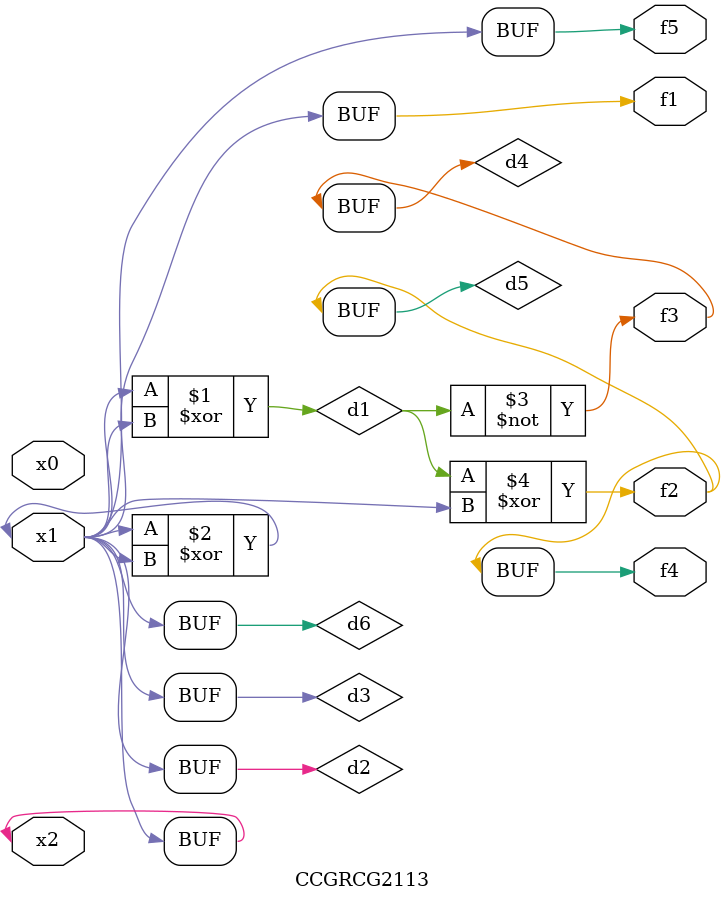
<source format=v>
module CCGRCG2113(
	input x0, x1, x2,
	output f1, f2, f3, f4, f5
);

	wire d1, d2, d3, d4, d5, d6;

	xor (d1, x1, x2);
	buf (d2, x1, x2);
	xor (d3, x1, x2);
	nor (d4, d1);
	xor (d5, d1, d2);
	buf (d6, d2, d3);
	assign f1 = d6;
	assign f2 = d5;
	assign f3 = d4;
	assign f4 = d5;
	assign f5 = d6;
endmodule

</source>
